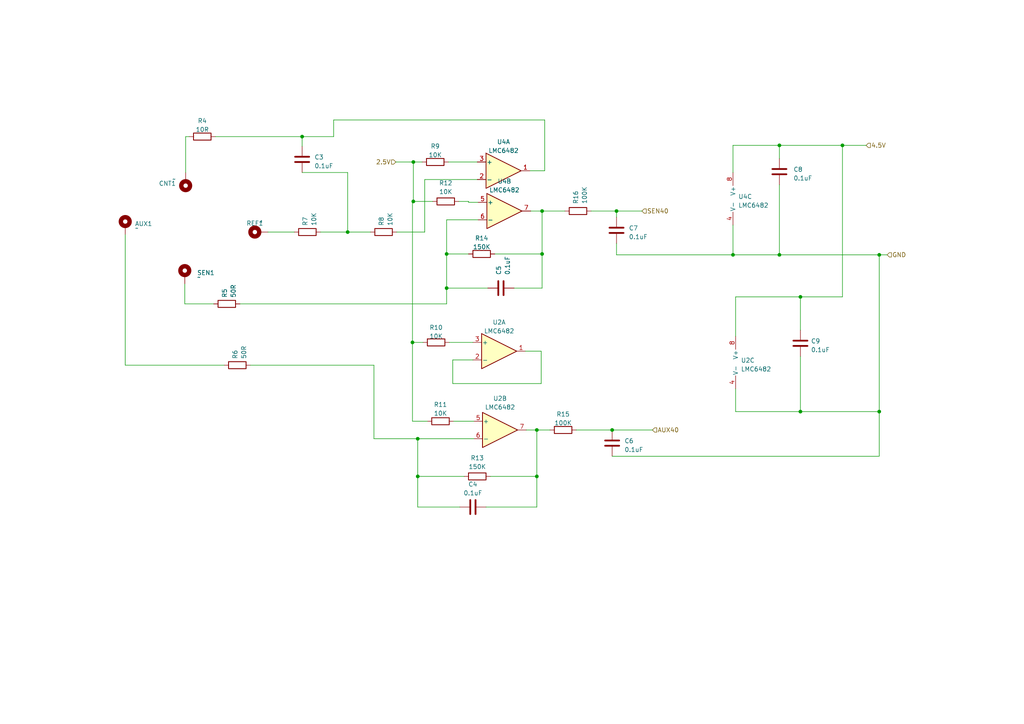
<source format=kicad_sch>
(kicad_sch (version 20230121) (generator eeschema)

  (uuid b790b688-dad8-4b02-9d6d-fe0102dd00e7)

  (paper "A4")

  (lib_symbols
    (symbol "Amplifier_Operational:LMC6482" (pin_names (offset 0.127)) (in_bom yes) (on_board yes)
      (property "Reference" "U" (at 0 5.08 0)
        (effects (font (size 1.27 1.27)) (justify left))
      )
      (property "Value" "LMC6482" (at 0 -5.08 0)
        (effects (font (size 1.27 1.27)) (justify left))
      )
      (property "Footprint" "" (at 0 0 0)
        (effects (font (size 1.27 1.27)) hide)
      )
      (property "Datasheet" "http://www.ti.com/lit/ds/symlink/lmc6482.pdf" (at 0 0 0)
        (effects (font (size 1.27 1.27)) hide)
      )
      (property "ki_locked" "" (at 0 0 0)
        (effects (font (size 1.27 1.27)))
      )
      (property "ki_keywords" "dual opamp" (at 0 0 0)
        (effects (font (size 1.27 1.27)) hide)
      )
      (property "ki_description" "Dual CMOS Rail-to-Rail Input and Output Operational Amplifier, DIP-8/SOIC-8, SSOP-8" (at 0 0 0)
        (effects (font (size 1.27 1.27)) hide)
      )
      (property "ki_fp_filters" "SOIC*3.9x4.9mm*P1.27mm* DIP*W7.62mm* TO*99* OnSemi*Micro8* TSSOP*3x3mm*P0.65mm* TSSOP*4.4x3mm*P0.65mm* MSOP*3x3mm*P0.65mm* SSOP*3.9x4.9mm*P0.635mm* LFCSP*2x2mm*P0.5mm* *SIP* SOIC*5.3x6.2mm*P1.27mm*" (at 0 0 0)
        (effects (font (size 1.27 1.27)) hide)
      )
      (symbol "LMC6482_1_1"
        (polyline
          (pts
            (xy -5.08 5.08)
            (xy 5.08 0)
            (xy -5.08 -5.08)
            (xy -5.08 5.08)
          )
          (stroke (width 0.254) (type default))
          (fill (type background))
        )
        (pin output line (at 7.62 0 180) (length 2.54)
          (name "~" (effects (font (size 1.27 1.27))))
          (number "1" (effects (font (size 1.27 1.27))))
        )
        (pin input line (at -7.62 -2.54 0) (length 2.54)
          (name "-" (effects (font (size 1.27 1.27))))
          (number "2" (effects (font (size 1.27 1.27))))
        )
        (pin input line (at -7.62 2.54 0) (length 2.54)
          (name "+" (effects (font (size 1.27 1.27))))
          (number "3" (effects (font (size 1.27 1.27))))
        )
      )
      (symbol "LMC6482_2_1"
        (polyline
          (pts
            (xy -5.08 5.08)
            (xy 5.08 0)
            (xy -5.08 -5.08)
            (xy -5.08 5.08)
          )
          (stroke (width 0.254) (type default))
          (fill (type background))
        )
        (pin input line (at -7.62 2.54 0) (length 2.54)
          (name "+" (effects (font (size 1.27 1.27))))
          (number "5" (effects (font (size 1.27 1.27))))
        )
        (pin input line (at -7.62 -2.54 0) (length 2.54)
          (name "-" (effects (font (size 1.27 1.27))))
          (number "6" (effects (font (size 1.27 1.27))))
        )
        (pin output line (at 7.62 0 180) (length 2.54)
          (name "~" (effects (font (size 1.27 1.27))))
          (number "7" (effects (font (size 1.27 1.27))))
        )
      )
      (symbol "LMC6482_3_1"
        (pin power_in line (at -2.54 -7.62 90) (length 3.81)
          (name "V-" (effects (font (size 1.27 1.27))))
          (number "4" (effects (font (size 1.27 1.27))))
        )
        (pin power_in line (at -2.54 7.62 270) (length 3.81)
          (name "V+" (effects (font (size 1.27 1.27))))
          (number "8" (effects (font (size 1.27 1.27))))
        )
      )
    )
    (symbol "Device:C" (pin_numbers hide) (pin_names (offset 0.254)) (in_bom yes) (on_board yes)
      (property "Reference" "C" (at 0.635 2.54 0)
        (effects (font (size 1.27 1.27)) (justify left))
      )
      (property "Value" "C" (at 0.635 -2.54 0)
        (effects (font (size 1.27 1.27)) (justify left))
      )
      (property "Footprint" "" (at 0.9652 -3.81 0)
        (effects (font (size 1.27 1.27)) hide)
      )
      (property "Datasheet" "~" (at 0 0 0)
        (effects (font (size 1.27 1.27)) hide)
      )
      (property "ki_keywords" "cap capacitor" (at 0 0 0)
        (effects (font (size 1.27 1.27)) hide)
      )
      (property "ki_description" "Unpolarized capacitor" (at 0 0 0)
        (effects (font (size 1.27 1.27)) hide)
      )
      (property "ki_fp_filters" "C_*" (at 0 0 0)
        (effects (font (size 1.27 1.27)) hide)
      )
      (symbol "C_0_1"
        (polyline
          (pts
            (xy -2.032 -0.762)
            (xy 2.032 -0.762)
          )
          (stroke (width 0.508) (type default))
          (fill (type none))
        )
        (polyline
          (pts
            (xy -2.032 0.762)
            (xy 2.032 0.762)
          )
          (stroke (width 0.508) (type default))
          (fill (type none))
        )
      )
      (symbol "C_1_1"
        (pin passive line (at 0 3.81 270) (length 2.794)
          (name "~" (effects (font (size 1.27 1.27))))
          (number "1" (effects (font (size 1.27 1.27))))
        )
        (pin passive line (at 0 -3.81 90) (length 2.794)
          (name "~" (effects (font (size 1.27 1.27))))
          (number "2" (effects (font (size 1.27 1.27))))
        )
      )
    )
    (symbol "Device:R" (pin_numbers hide) (pin_names (offset 0)) (in_bom yes) (on_board yes)
      (property "Reference" "R" (at 2.032 0 90)
        (effects (font (size 1.27 1.27)))
      )
      (property "Value" "R" (at 0 0 90)
        (effects (font (size 1.27 1.27)))
      )
      (property "Footprint" "" (at -1.778 0 90)
        (effects (font (size 1.27 1.27)) hide)
      )
      (property "Datasheet" "~" (at 0 0 0)
        (effects (font (size 1.27 1.27)) hide)
      )
      (property "ki_keywords" "R res resistor" (at 0 0 0)
        (effects (font (size 1.27 1.27)) hide)
      )
      (property "ki_description" "Resistor" (at 0 0 0)
        (effects (font (size 1.27 1.27)) hide)
      )
      (property "ki_fp_filters" "R_*" (at 0 0 0)
        (effects (font (size 1.27 1.27)) hide)
      )
      (symbol "R_0_1"
        (rectangle (start -1.016 -2.54) (end 1.016 2.54)
          (stroke (width 0.254) (type default))
          (fill (type none))
        )
      )
      (symbol "R_1_1"
        (pin passive line (at 0 3.81 270) (length 1.27)
          (name "~" (effects (font (size 1.27 1.27))))
          (number "1" (effects (font (size 1.27 1.27))))
        )
        (pin passive line (at 0 -3.81 90) (length 1.27)
          (name "~" (effects (font (size 1.27 1.27))))
          (number "2" (effects (font (size 1.27 1.27))))
        )
      )
    )
    (symbol "Mechanical:MountingHole_Pad" (pin_numbers hide) (pin_names (offset 1.016) hide) (in_bom yes) (on_board yes)
      (property "Reference" "H" (at 0 6.35 0)
        (effects (font (size 1.27 1.27)))
      )
      (property "Value" "MountingHole_Pad" (at 0 4.445 0)
        (effects (font (size 1.27 1.27)))
      )
      (property "Footprint" "" (at 0 0 0)
        (effects (font (size 1.27 1.27)) hide)
      )
      (property "Datasheet" "~" (at 0 0 0)
        (effects (font (size 1.27 1.27)) hide)
      )
      (property "ki_keywords" "mounting hole" (at 0 0 0)
        (effects (font (size 1.27 1.27)) hide)
      )
      (property "ki_description" "Mounting Hole with connection" (at 0 0 0)
        (effects (font (size 1.27 1.27)) hide)
      )
      (property "ki_fp_filters" "MountingHole*Pad*" (at 0 0 0)
        (effects (font (size 1.27 1.27)) hide)
      )
      (symbol "MountingHole_Pad_0_1"
        (circle (center 0 1.27) (radius 1.27)
          (stroke (width 1.27) (type default))
          (fill (type none))
        )
      )
      (symbol "MountingHole_Pad_1_1"
        (pin input line (at 0 -2.54 90) (length 2.54)
          (name "1" (effects (font (size 1.27 1.27))))
          (number "1" (effects (font (size 1.27 1.27))))
        )
      )
    )
  )

  (junction (at 129.54 73.66) (diameter 0) (color 0 0 0 0)
    (uuid 10f3b614-95c6-42f3-b43f-7ce0c796b8d4)
  )
  (junction (at 87.63 39.624) (diameter 0) (color 0 0 0 0)
    (uuid 1a0cdbcc-dd6b-4a6d-a9e8-f0759ecfaaa6)
  )
  (junction (at 226.06 42.164) (diameter 0) (color 0 0 0 0)
    (uuid 23184d19-5ac5-441d-99d3-e47d1c12ea59)
  )
  (junction (at 177.546 124.714) (diameter 0) (color 0 0 0 0)
    (uuid 2a5d7b39-e150-4dd3-a11c-bd2c6f24dba5)
  )
  (junction (at 119.888 46.99) (diameter 0) (color 0 0 0 0)
    (uuid 2a9ee507-ca92-40e5-86b0-bd88cb80c372)
  )
  (junction (at 178.816 61.214) (diameter 0) (color 0 0 0 0)
    (uuid 3e7380ba-322e-47a7-a979-34f598e80a92)
  )
  (junction (at 255.016 119.38) (diameter 0) (color 0 0 0 0)
    (uuid 488f4eca-cb72-4c60-aea9-f32da40a0976)
  )
  (junction (at 255.016 73.914) (diameter 0) (color 0 0 0 0)
    (uuid 492a3c4d-b020-4931-bd05-5cf2f08ae1f5)
  )
  (junction (at 232.156 86.106) (diameter 0) (color 0 0 0 0)
    (uuid 4c28bda1-c76c-4ef4-8972-c16f86a42434)
  )
  (junction (at 157.226 61.214) (diameter 0) (color 0 0 0 0)
    (uuid 71fe83e4-c69d-47ff-86bb-515bc1250307)
  )
  (junction (at 232.156 119.38) (diameter 0) (color 0 0 0 0)
    (uuid 7386df6d-84bb-45dd-9f12-ab4a29c56a97)
  )
  (junction (at 121.158 138.176) (diameter 0) (color 0 0 0 0)
    (uuid 7453651f-8cf5-478c-b252-95d74afffa75)
  )
  (junction (at 155.702 138.176) (diameter 0) (color 0 0 0 0)
    (uuid 8daf8750-4ec6-47c8-b63c-73e7070825b7)
  )
  (junction (at 226.06 73.914) (diameter 0) (color 0 0 0 0)
    (uuid 94dbe683-8134-4e3d-b385-8dc32d1d4ff7)
  )
  (junction (at 129.54 83.566) (diameter 0) (color 0 0 0 0)
    (uuid 9dd6320f-d406-4b12-af0a-5e71e58fe370)
  )
  (junction (at 121.158 127.254) (diameter 0) (color 0 0 0 0)
    (uuid a7bcc5be-e120-46f6-8d55-e92d8683f49c)
  )
  (junction (at 157.226 73.66) (diameter 0) (color 0 0 0 0)
    (uuid b676f5ff-94d3-45dc-8436-2d3d9a79be5c)
  )
  (junction (at 119.634 99.314) (diameter 0) (color 0 0 0 0)
    (uuid c274e33f-f136-4ba6-9bb8-f643a76c8f78)
  )
  (junction (at 212.598 73.914) (diameter 0) (color 0 0 0 0)
    (uuid d025b3de-2fc2-4dfe-add1-cc00ba8d501b)
  )
  (junction (at 119.888 58.42) (diameter 0) (color 0 0 0 0)
    (uuid dacf8f62-e78a-4407-9e11-4cf5c6d2a21e)
  )
  (junction (at 155.702 124.714) (diameter 0) (color 0 0 0 0)
    (uuid e5acb9ed-b382-4e53-8433-c7c3fc836917)
  )
  (junction (at 100.838 67.31) (diameter 0) (color 0 0 0 0)
    (uuid e6fb983a-6ad8-402b-a8f8-54066dc2767e)
  )
  (junction (at 244.348 42.164) (diameter 0) (color 0 0 0 0)
    (uuid ef2b0c40-e39c-41e2-a03f-3ee720065812)
  )

  (wire (pts (xy 122.682 99.314) (xy 119.634 99.314))
    (stroke (width 0) (type default))
    (uuid 02f61956-4745-47fb-adcd-2d059f4e8a69)
  )
  (wire (pts (xy 244.348 42.164) (xy 244.348 86.106))
    (stroke (width 0) (type default))
    (uuid 0441fa26-f7b9-4466-a59a-af5067309d1a)
  )
  (wire (pts (xy 157.988 49.53) (xy 157.988 34.798))
    (stroke (width 0) (type default))
    (uuid 04d6d937-6ad1-4386-a254-4804d2863c29)
  )
  (wire (pts (xy 131.318 111.252) (xy 131.318 104.394))
    (stroke (width 0) (type default))
    (uuid 05306bcd-6179-4d11-8f82-c3fbf8d0a122)
  )
  (wire (pts (xy 87.63 50.038) (xy 100.838 50.038))
    (stroke (width 0) (type default))
    (uuid 09d6c0d4-c315-41ef-a2ab-5720a74008c2)
  )
  (wire (pts (xy 62.484 39.624) (xy 87.63 39.624))
    (stroke (width 0) (type default))
    (uuid 0b6b3895-287f-4c16-a68c-6972919f664f)
  )
  (wire (pts (xy 135.89 58.42) (xy 135.89 58.674))
    (stroke (width 0) (type default))
    (uuid 17d0246e-9c2b-4ab3-b4a0-fc8e490788d0)
  )
  (wire (pts (xy 177.546 132.334) (xy 255.016 132.334))
    (stroke (width 0) (type default))
    (uuid 19f8c0aa-640f-4632-bb8a-53b5e6953dde)
  )
  (wire (pts (xy 134.62 138.176) (xy 121.158 138.176))
    (stroke (width 0) (type default))
    (uuid 1b0e6216-4c58-434d-8263-3c0452f4e450)
  )
  (wire (pts (xy 153.67 49.53) (xy 157.988 49.53))
    (stroke (width 0) (type default))
    (uuid 1c3fe355-1856-40d1-b05f-0c9f5e9ada69)
  )
  (wire (pts (xy 156.972 101.854) (xy 156.972 111.252))
    (stroke (width 0) (type default))
    (uuid 1d8de8f6-3092-4ea5-bbd4-94b90dcf8548)
  )
  (wire (pts (xy 226.06 73.914) (xy 255.016 73.914))
    (stroke (width 0) (type default))
    (uuid 1e5183a4-24fe-4aa5-b67f-47d80142f358)
  )
  (wire (pts (xy 213.36 86.106) (xy 232.156 86.106))
    (stroke (width 0) (type default))
    (uuid 1fb53926-265a-4425-99bf-12946336c6a2)
  )
  (wire (pts (xy 69.596 88.138) (xy 129.54 88.138))
    (stroke (width 0) (type default))
    (uuid 22572dbe-dfbe-44ba-99be-a530c6015a59)
  )
  (wire (pts (xy 119.634 122.174) (xy 119.634 99.314))
    (stroke (width 0) (type default))
    (uuid 23559129-ce6f-48cb-b0c9-703dc06f9c7f)
  )
  (wire (pts (xy 100.838 50.038) (xy 100.838 67.31))
    (stroke (width 0) (type default))
    (uuid 259a5580-9958-4a37-827f-e8b40de1c3b0)
  )
  (wire (pts (xy 129.54 83.566) (xy 141.478 83.566))
    (stroke (width 0) (type default))
    (uuid 26983ac1-27c0-4921-b1b5-315925bd3e79)
  )
  (wire (pts (xy 135.89 73.66) (xy 129.54 73.66))
    (stroke (width 0) (type default))
    (uuid 2b7cd87e-201d-48d7-863e-11eafbf844a0)
  )
  (wire (pts (xy 226.06 53.594) (xy 226.06 73.914))
    (stroke (width 0) (type default))
    (uuid 317ac90d-bbce-4a27-a0f1-e271532c1d2b)
  )
  (wire (pts (xy 213.36 112.776) (xy 213.36 119.38))
    (stroke (width 0) (type default))
    (uuid 31dd1ac7-67c1-4114-b71e-eaf72b387dee)
  )
  (wire (pts (xy 255.016 132.334) (xy 255.016 119.38))
    (stroke (width 0) (type default))
    (uuid 32decd4e-fa7b-41a4-a1de-a4d8f6cc2115)
  )
  (wire (pts (xy 100.838 67.31) (xy 107.442 67.31))
    (stroke (width 0) (type default))
    (uuid 34c3c98b-baed-4d09-ab4b-9bdd54a4028f)
  )
  (wire (pts (xy 213.36 97.536) (xy 213.36 86.106))
    (stroke (width 0) (type default))
    (uuid 355c53d1-a677-44a1-b6c1-ccc4ede4af70)
  )
  (wire (pts (xy 129.54 63.754) (xy 138.684 63.754))
    (stroke (width 0) (type default))
    (uuid 377ad301-a530-4912-998d-a1cf5978c705)
  )
  (wire (pts (xy 157.226 61.214) (xy 153.924 61.214))
    (stroke (width 0) (type default))
    (uuid 3aed4fcc-fdd1-41e4-886e-b17bd9200469)
  )
  (wire (pts (xy 171.45 61.214) (xy 178.816 61.214))
    (stroke (width 0) (type default))
    (uuid 3e2eb3e7-b4ae-4dad-a022-e4f47ab84d3b)
  )
  (wire (pts (xy 152.4 101.854) (xy 156.972 101.854))
    (stroke (width 0) (type default))
    (uuid 3f826486-d563-49b0-adb2-a0385dcd143d)
  )
  (wire (pts (xy 155.702 138.176) (xy 155.702 124.714))
    (stroke (width 0) (type default))
    (uuid 4209ac6c-9ced-4343-a32b-283cde39554f)
  )
  (wire (pts (xy 87.63 39.624) (xy 87.63 42.418))
    (stroke (width 0) (type default))
    (uuid 43670689-aef5-4572-88cd-28372b68f050)
  )
  (wire (pts (xy 244.348 42.164) (xy 226.06 42.164))
    (stroke (width 0) (type default))
    (uuid 46e4cd28-711c-43ba-9dc6-6bf80c61eb48)
  )
  (wire (pts (xy 186.182 61.214) (xy 178.816 61.214))
    (stroke (width 0) (type default))
    (uuid 472b6a50-1d76-4404-a361-0748d83990be)
  )
  (wire (pts (xy 135.89 58.674) (xy 138.684 58.674))
    (stroke (width 0) (type default))
    (uuid 4b99fb7b-b590-4fd5-9f58-e05246b3229c)
  )
  (wire (pts (xy 178.816 61.214) (xy 178.816 62.992))
    (stroke (width 0) (type default))
    (uuid 50ead775-3502-40f6-a8dd-b0906a85878e)
  )
  (wire (pts (xy 178.816 73.914) (xy 212.598 73.914))
    (stroke (width 0) (type default))
    (uuid 59599bde-6b23-4657-8b19-f6d7b8595cb7)
  )
  (wire (pts (xy 123.19 67.31) (xy 115.062 67.31))
    (stroke (width 0) (type default))
    (uuid 59ce0bbc-8d65-4d55-a467-0653c3edbb8e)
  )
  (wire (pts (xy 255.016 73.914) (xy 257.302 73.914))
    (stroke (width 0) (type default))
    (uuid 5d0dd4bc-5a58-4bb7-9d8c-b3c2c711199a)
  )
  (wire (pts (xy 149.098 83.566) (xy 157.226 83.566))
    (stroke (width 0) (type default))
    (uuid 5e0a4141-3f1d-457c-929c-be0de5932793)
  )
  (wire (pts (xy 53.848 39.624) (xy 54.864 39.624))
    (stroke (width 0) (type default))
    (uuid 63199877-de16-41ce-9b25-e8cf476932e9)
  )
  (wire (pts (xy 77.724 67.31) (xy 85.344 67.31))
    (stroke (width 0) (type default))
    (uuid 636f9654-ab61-4dff-a997-0183bf4976d8)
  )
  (wire (pts (xy 53.594 88.138) (xy 61.976 88.138))
    (stroke (width 0) (type default))
    (uuid 650490ee-b853-47ab-8723-fe1d9d801565)
  )
  (wire (pts (xy 130.048 46.99) (xy 138.43 46.99))
    (stroke (width 0) (type default))
    (uuid 685d9e11-2a3b-4a33-92bc-ebd4a8ae68b5)
  )
  (wire (pts (xy 212.598 73.914) (xy 226.06 73.914))
    (stroke (width 0) (type default))
    (uuid 68f025d3-6112-47f5-9c2d-45bc603bd12d)
  )
  (wire (pts (xy 92.964 67.31) (xy 100.838 67.31))
    (stroke (width 0) (type default))
    (uuid 6b639fa7-7009-46c5-a571-575584956ff3)
  )
  (wire (pts (xy 96.774 34.798) (xy 96.774 39.624))
    (stroke (width 0) (type default))
    (uuid 705d00bb-c666-4dd0-8807-4f8bf705dab7)
  )
  (wire (pts (xy 226.06 42.164) (xy 212.598 42.164))
    (stroke (width 0) (type default))
    (uuid 7153e64f-21d4-4f19-9071-28e9c0cdd235)
  )
  (wire (pts (xy 133.096 58.42) (xy 135.89 58.42))
    (stroke (width 0) (type default))
    (uuid 7269beb8-51fa-469f-be13-ace1a4eff433)
  )
  (wire (pts (xy 142.24 138.176) (xy 155.702 138.176))
    (stroke (width 0) (type default))
    (uuid 7343eca7-08f4-4e76-833e-80f3142884d1)
  )
  (wire (pts (xy 212.598 73.914) (xy 212.598 65.278))
    (stroke (width 0) (type default))
    (uuid 74b56930-2309-4d49-b3b9-e857876e8515)
  )
  (wire (pts (xy 123.952 122.174) (xy 119.634 122.174))
    (stroke (width 0) (type default))
    (uuid 7532494f-d772-4c1b-9e1e-d2668b481977)
  )
  (wire (pts (xy 157.226 83.566) (xy 157.226 73.66))
    (stroke (width 0) (type default))
    (uuid 79ef2a08-0154-4aff-bf28-d5cac1c13d8a)
  )
  (wire (pts (xy 131.572 122.174) (xy 137.414 122.174))
    (stroke (width 0) (type default))
    (uuid 81fc76f7-0bb7-4aac-8915-d76c80a72a77)
  )
  (wire (pts (xy 121.158 147.066) (xy 121.158 138.176))
    (stroke (width 0) (type default))
    (uuid 839fa921-81ae-4212-93c2-6fd585d0c1b0)
  )
  (wire (pts (xy 133.35 147.066) (xy 121.158 147.066))
    (stroke (width 0) (type default))
    (uuid 887b1893-d58c-45e8-bb34-589540e0452c)
  )
  (wire (pts (xy 251.206 42.164) (xy 244.348 42.164))
    (stroke (width 0) (type default))
    (uuid 891c2f2b-e5fe-411f-b819-e05f55606c42)
  )
  (wire (pts (xy 178.816 70.612) (xy 178.816 73.914))
    (stroke (width 0) (type default))
    (uuid 8a49ec65-97ee-4c93-9a0a-7ac6d4ccc632)
  )
  (wire (pts (xy 157.226 61.214) (xy 157.226 73.66))
    (stroke (width 0) (type default))
    (uuid 8dbc3dd5-a560-40cb-b1e1-24cc0fcfbaac)
  )
  (wire (pts (xy 155.702 147.066) (xy 155.702 138.176))
    (stroke (width 0) (type default))
    (uuid 8ea66097-4a89-425c-8a82-c458ec628041)
  )
  (wire (pts (xy 155.702 124.714) (xy 159.512 124.714))
    (stroke (width 0) (type default))
    (uuid 904b63e3-518b-4c4e-be54-454eab7c6fac)
  )
  (wire (pts (xy 140.97 147.066) (xy 155.702 147.066))
    (stroke (width 0) (type default))
    (uuid 961ebd36-76a7-4f48-86a9-7903e6e6d54f)
  )
  (wire (pts (xy 129.54 83.566) (xy 129.54 88.138))
    (stroke (width 0) (type default))
    (uuid 989d080f-a126-446c-910b-7564a2ffc3d2)
  )
  (wire (pts (xy 212.598 42.164) (xy 212.598 50.038))
    (stroke (width 0) (type default))
    (uuid 9b052db0-8c41-44c1-b2a2-a951b39fc605)
  )
  (wire (pts (xy 36.322 68.072) (xy 36.322 105.918))
    (stroke (width 0) (type default))
    (uuid a2827f15-2990-4e2b-baa7-551066f34803)
  )
  (wire (pts (xy 143.51 73.66) (xy 157.226 73.66))
    (stroke (width 0) (type default))
    (uuid a2a42f0f-5bc2-4a33-8426-03fcbfd3da6d)
  )
  (wire (pts (xy 96.774 39.624) (xy 87.63 39.624))
    (stroke (width 0) (type default))
    (uuid a3d8d7ed-9a38-4828-858d-9f69c1aac27d)
  )
  (wire (pts (xy 108.458 105.918) (xy 108.458 127.254))
    (stroke (width 0) (type default))
    (uuid a952beb2-0733-4b29-b4df-e6e7c32811d3)
  )
  (wire (pts (xy 36.322 105.918) (xy 65.024 105.918))
    (stroke (width 0) (type default))
    (uuid ab5938da-08e4-4d98-9729-33697f323ec1)
  )
  (wire (pts (xy 119.634 58.42) (xy 119.888 58.42))
    (stroke (width 0) (type default))
    (uuid abc6a248-5dc8-4a64-b39b-b1547909eb72)
  )
  (wire (pts (xy 226.06 42.164) (xy 226.06 45.974))
    (stroke (width 0) (type default))
    (uuid adf6f018-509d-4879-9230-8b2795510915)
  )
  (wire (pts (xy 119.888 46.99) (xy 122.428 46.99))
    (stroke (width 0) (type default))
    (uuid b5df0f73-5dc4-4b13-9f20-b11448153ae8)
  )
  (wire (pts (xy 114.808 46.99) (xy 119.888 46.99))
    (stroke (width 0) (type default))
    (uuid b8beea39-aebd-44de-ba7b-66a4c864d476)
  )
  (wire (pts (xy 232.156 95.758) (xy 232.156 86.106))
    (stroke (width 0) (type default))
    (uuid ba5ce00e-8f25-405b-8c62-42a48c07a6c9)
  )
  (wire (pts (xy 156.972 111.252) (xy 131.318 111.252))
    (stroke (width 0) (type default))
    (uuid c4369f8f-1614-47e3-bf2c-b2e0dc38d63d)
  )
  (wire (pts (xy 119.888 58.42) (xy 119.888 46.99))
    (stroke (width 0) (type default))
    (uuid c5647b25-25cf-4615-aaca-8c11c1610806)
  )
  (wire (pts (xy 138.43 52.07) (xy 123.19 52.07))
    (stroke (width 0) (type default))
    (uuid c98c1003-66e2-4cfe-acaf-7a486944dd90)
  )
  (wire (pts (xy 213.36 119.38) (xy 232.156 119.38))
    (stroke (width 0) (type default))
    (uuid caff8018-fd88-446c-b089-51de9757658a)
  )
  (wire (pts (xy 167.132 124.714) (xy 177.546 124.714))
    (stroke (width 0) (type default))
    (uuid cd081513-5f42-4cac-9a4e-87957318ff18)
  )
  (wire (pts (xy 123.19 52.07) (xy 123.19 67.31))
    (stroke (width 0) (type default))
    (uuid d61d6c7f-0053-4668-aa01-2cb62d5f59ee)
  )
  (wire (pts (xy 255.016 119.38) (xy 255.016 73.914))
    (stroke (width 0) (type default))
    (uuid d67700c6-6687-46ed-9748-c18e49ab4d71)
  )
  (wire (pts (xy 232.156 86.106) (xy 244.348 86.106))
    (stroke (width 0) (type default))
    (uuid dada0b92-f658-427d-bfe7-1f4a92be74c0)
  )
  (wire (pts (xy 157.988 34.798) (xy 96.774 34.798))
    (stroke (width 0) (type default))
    (uuid dbb2a8b7-efad-4c8a-a5eb-e24dfb29ab94)
  )
  (wire (pts (xy 121.158 127.254) (xy 137.414 127.254))
    (stroke (width 0) (type default))
    (uuid dd8642ff-d846-4bd2-9a26-3269b1e586d0)
  )
  (wire (pts (xy 53.848 39.624) (xy 53.848 50.038))
    (stroke (width 0) (type default))
    (uuid de272133-c260-4afa-82e5-087ea8cb0981)
  )
  (wire (pts (xy 189.23 124.714) (xy 177.546 124.714))
    (stroke (width 0) (type default))
    (uuid e206ed68-6998-4d33-be3e-f5195eaa4af5)
  )
  (wire (pts (xy 129.54 63.754) (xy 129.54 73.66))
    (stroke (width 0) (type default))
    (uuid e410b8be-0172-49be-8b53-56b907904299)
  )
  (wire (pts (xy 152.654 124.714) (xy 155.702 124.714))
    (stroke (width 0) (type default))
    (uuid e501d97a-ffaa-4e98-8ca4-54b0797f5b8a)
  )
  (wire (pts (xy 125.476 58.42) (xy 119.888 58.42))
    (stroke (width 0) (type default))
    (uuid e51a29b4-647d-4afa-b129-8f8fa64dc030)
  )
  (wire (pts (xy 131.318 104.394) (xy 137.16 104.394))
    (stroke (width 0) (type default))
    (uuid e9e1c719-e4e5-42bd-ae2b-bf673771b7de)
  )
  (wire (pts (xy 53.594 82.296) (xy 53.594 88.138))
    (stroke (width 0) (type default))
    (uuid eb4f2606-661b-4032-8d88-62e9dd176616)
  )
  (wire (pts (xy 119.634 58.42) (xy 119.634 99.314))
    (stroke (width 0) (type default))
    (uuid ebfe7ab7-4521-4de9-a345-f059b21f8140)
  )
  (wire (pts (xy 108.458 127.254) (xy 121.158 127.254))
    (stroke (width 0) (type default))
    (uuid ed015400-2d58-4943-895f-298bb4f0ebce)
  )
  (wire (pts (xy 129.54 73.66) (xy 129.54 83.566))
    (stroke (width 0) (type default))
    (uuid ee8585e2-65fe-4665-b01e-69f48324120e)
  )
  (wire (pts (xy 130.302 99.314) (xy 137.16 99.314))
    (stroke (width 0) (type default))
    (uuid effdb30f-109e-4599-a1b7-4c2e8a7395d5)
  )
  (wire (pts (xy 232.156 103.378) (xy 232.156 119.38))
    (stroke (width 0) (type default))
    (uuid f11937bd-1b22-4ad0-87b6-89b7df699fde)
  )
  (wire (pts (xy 163.83 61.214) (xy 157.226 61.214))
    (stroke (width 0) (type default))
    (uuid f5026772-45da-4421-842d-489a9500d74a)
  )
  (wire (pts (xy 232.156 119.38) (xy 255.016 119.38))
    (stroke (width 0) (type default))
    (uuid faaaf7c1-58ad-46d9-84f1-e869914f8a7a)
  )
  (wire (pts (xy 121.158 138.176) (xy 121.158 127.254))
    (stroke (width 0) (type default))
    (uuid fbbfcc59-dfa1-438f-8e60-6eafbd7d05fe)
  )
  (wire (pts (xy 72.644 105.918) (xy 108.458 105.918))
    (stroke (width 0) (type default))
    (uuid febec88f-145f-4c51-8304-0b13782f8577)
  )

  (hierarchical_label "GND" (shape input) (at 257.302 73.914 0) (fields_autoplaced)
    (effects (font (size 1.27 1.27)) (justify left))
    (uuid 2548e5eb-52b1-43fb-80db-5884b1f7c0c8)
  )
  (hierarchical_label "SEN40" (shape input) (at 186.182 61.214 0) (fields_autoplaced)
    (effects (font (size 1.27 1.27)) (justify left))
    (uuid 3917230b-5a14-424d-920b-6fa24a5a0223)
  )
  (hierarchical_label "2.5V" (shape input) (at 114.808 46.99 180) (fields_autoplaced)
    (effects (font (size 1.27 1.27)) (justify right))
    (uuid a540a0e2-d9a5-4a98-b81d-77d0dcb8325a)
  )
  (hierarchical_label "4.5V" (shape input) (at 251.206 42.164 0) (fields_autoplaced)
    (effects (font (size 1.27 1.27)) (justify left))
    (uuid da04cc89-17e4-4d8e-973f-958f5979b65f)
  )
  (hierarchical_label "AUX40" (shape input) (at 189.23 124.714 0) (fields_autoplaced)
    (effects (font (size 1.27 1.27)) (justify left))
    (uuid dd485b5b-20d2-4050-87c8-c0b8f44469da)
  )

  (symbol (lib_id "Device:R") (at 127.762 122.174 90) (unit 1)
    (in_bom yes) (on_board yes) (dnp no) (fields_autoplaced)
    (uuid 159ec04b-d84d-4d81-a207-07164251648e)
    (property "Reference" "R11" (at 127.762 117.348 90)
      (effects (font (size 1.27 1.27)))
    )
    (property "Value" "10K" (at 127.762 119.888 90)
      (effects (font (size 1.27 1.27)))
    )
    (property "Footprint" "Resistor_SMD:R_0402_1005Metric" (at 127.762 123.952 90)
      (effects (font (size 1.27 1.27)) hide)
    )
    (property "Datasheet" "~" (at 127.762 122.174 0)
      (effects (font (size 1.27 1.27)) hide)
    )
    (pin "1" (uuid 08d0dde2-12f5-47fd-a625-82e649a173dc))
    (pin "2" (uuid 3fbaeda4-3183-4f80-8352-12e99b26900a))
    (instances
      (project "Air quality project"
        (path "/67b6672b-0c15-41a5-a844-17aa721018b8/e2c83066-cae4-4a4f-a05c-59cf4d457446"
          (reference "R11") (unit 1)
        )
        (path "/67b6672b-0c15-41a5-a844-17aa721018b8/be65ffb6-5f15-4847-ab99-a8924076e9fe"
          (reference "R54") (unit 1)
        )
        (path "/67b6672b-0c15-41a5-a844-17aa721018b8/aca36b5f-5aad-463a-91f0-32676d45b679"
          (reference "R518") (unit 1)
        )
      )
    )
  )

  (symbol (lib_id "Device:C") (at 178.816 66.802 0) (unit 1)
    (in_bom yes) (on_board yes) (dnp no) (fields_autoplaced)
    (uuid 1bc909b0-1239-4197-a246-846df70bd9f4)
    (property "Reference" "C7" (at 182.372 66.167 0)
      (effects (font (size 1.27 1.27)) (justify left))
    )
    (property "Value" "0.1uF" (at 182.372 68.707 0)
      (effects (font (size 1.27 1.27)) (justify left))
    )
    (property "Footprint" "Capacitor_SMD:C_01005_0402Metric" (at 179.7812 70.612 0)
      (effects (font (size 1.27 1.27)) hide)
    )
    (property "Datasheet" "~" (at 178.816 66.802 0)
      (effects (font (size 1.27 1.27)) hide)
    )
    (pin "1" (uuid e8874e9e-19d7-43af-aa6f-78988410e0f9))
    (pin "2" (uuid 44d8195d-afaf-4f60-9cfd-69c1e32333d1))
    (instances
      (project "Air quality project"
        (path "/67b6672b-0c15-41a5-a844-17aa721018b8/e2c83066-cae4-4a4f-a05c-59cf4d457446"
          (reference "C7") (unit 1)
        )
        (path "/67b6672b-0c15-41a5-a844-17aa721018b8/be65ffb6-5f15-4847-ab99-a8924076e9fe"
          (reference "C37") (unit 1)
        )
        (path "/67b6672b-0c15-41a5-a844-17aa721018b8/aca36b5f-5aad-463a-91f0-32676d45b679"
          (reference "C280") (unit 1)
        )
      )
    )
  )

  (symbol (lib_id "Device:R") (at 167.64 61.214 90) (unit 1)
    (in_bom yes) (on_board yes) (dnp no)
    (uuid 1e1dcd26-659c-438a-8b84-ded5b73a162c)
    (property "Reference" "R16" (at 167.005 59.182 0)
      (effects (font (size 1.27 1.27)) (justify left))
    )
    (property "Value" "100K" (at 169.545 59.182 0)
      (effects (font (size 1.27 1.27)) (justify left))
    )
    (property "Footprint" "Resistor_SMD:R_0402_1005Metric" (at 167.64 62.992 90)
      (effects (font (size 1.27 1.27)) hide)
    )
    (property "Datasheet" "~" (at 167.64 61.214 0)
      (effects (font (size 1.27 1.27)) hide)
    )
    (pin "1" (uuid ab4c9793-ed71-47e6-a05a-eecc5331b40b))
    (pin "2" (uuid 6b363db2-275b-4a62-8aa3-22d370ed613d))
    (instances
      (project "Air quality project"
        (path "/67b6672b-0c15-41a5-a844-17aa721018b8/e2c83066-cae4-4a4f-a05c-59cf4d457446"
          (reference "R16") (unit 1)
        )
        (path "/67b6672b-0c15-41a5-a844-17aa721018b8/be65ffb6-5f15-4847-ab99-a8924076e9fe"
          (reference "R71") (unit 1)
        )
        (path "/67b6672b-0c15-41a5-a844-17aa721018b8/aca36b5f-5aad-463a-91f0-32676d45b679"
          (reference "R523") (unit 1)
        )
      )
    )
  )

  (symbol (lib_id "Amplifier_Operational:LMC6482") (at 146.304 61.214 0) (unit 2)
    (in_bom yes) (on_board yes) (dnp no) (fields_autoplaced)
    (uuid 2d95e775-2a96-4bde-af4a-d38a7493c1cb)
    (property "Reference" "U4" (at 146.304 52.578 0)
      (effects (font (size 1.27 1.27)))
    )
    (property "Value" "LMC6482" (at 146.304 55.118 0)
      (effects (font (size 1.27 1.27)))
    )
    (property "Footprint" "Package_SO:SOIC-8_3.9x4.9mm_P1.27mm" (at 146.304 61.214 0)
      (effects (font (size 1.27 1.27)) hide)
    )
    (property "Datasheet" "http://www.ti.com/lit/ds/symlink/lmc6482.pdf" (at 146.304 61.214 0)
      (effects (font (size 1.27 1.27)) hide)
    )
    (pin "1" (uuid 9c1e9d8f-1c28-41e3-9575-41efbc51ba50))
    (pin "2" (uuid 1d0291f0-3ca2-4510-9705-02c12b2ea42d))
    (pin "3" (uuid 1f78b38e-dbc0-4584-b37f-86c494584341))
    (pin "5" (uuid dff75625-5e8b-4a9b-89f3-54e4ff7e6e6a))
    (pin "6" (uuid b89b3fcd-cef1-467f-b485-c69dee1fc504))
    (pin "7" (uuid 4f4de6c6-9b53-42b0-81cf-bf1459075067))
    (pin "4" (uuid 06dc1765-d68c-4f67-a73b-d9fa7caa6956))
    (pin "8" (uuid 2077a737-d294-413f-b778-56afbb60776f))
    (instances
      (project "Air quality project"
        (path "/67b6672b-0c15-41a5-a844-17aa721018b8/e2c83066-cae4-4a4f-a05c-59cf4d457446"
          (reference "U4") (unit 2)
        )
        (path "/67b6672b-0c15-41a5-a844-17aa721018b8/be65ffb6-5f15-4847-ab99-a8924076e9fe"
          (reference "U13") (unit 2)
        )
        (path "/67b6672b-0c15-41a5-a844-17aa721018b8/aca36b5f-5aad-463a-91f0-32676d45b679"
          (reference "U82") (unit 2)
        )
      )
    )
  )

  (symbol (lib_id "Device:R") (at 126.492 99.314 90) (unit 1)
    (in_bom yes) (on_board yes) (dnp no) (fields_autoplaced)
    (uuid 306955d3-4b57-4014-9802-c544b311c940)
    (property "Reference" "R10" (at 126.492 94.996 90)
      (effects (font (size 1.27 1.27)))
    )
    (property "Value" "10K" (at 126.492 97.536 90)
      (effects (font (size 1.27 1.27)))
    )
    (property "Footprint" "Resistor_SMD:R_0402_1005Metric" (at 126.492 101.092 90)
      (effects (font (size 1.27 1.27)) hide)
    )
    (property "Datasheet" "~" (at 126.492 99.314 0)
      (effects (font (size 1.27 1.27)) hide)
    )
    (pin "1" (uuid c5dd1004-7525-45df-8d99-20c6b5384e8c))
    (pin "2" (uuid e4f41c4b-74c7-4e98-b6d2-21da7d5e9549))
    (instances
      (project "Air quality project"
        (path "/67b6672b-0c15-41a5-a844-17aa721018b8/e2c83066-cae4-4a4f-a05c-59cf4d457446"
          (reference "R10") (unit 1)
        )
        (path "/67b6672b-0c15-41a5-a844-17aa721018b8/be65ffb6-5f15-4847-ab99-a8924076e9fe"
          (reference "R49") (unit 1)
        )
        (path "/67b6672b-0c15-41a5-a844-17aa721018b8/aca36b5f-5aad-463a-91f0-32676d45b679"
          (reference "R517") (unit 1)
        )
      )
    )
  )

  (symbol (lib_id "Mechanical:MountingHole_Pad") (at 36.322 65.532 0) (unit 1)
    (in_bom yes) (on_board yes) (dnp no)
    (uuid 3ae892db-d09e-421a-8f3f-e143dcd6c0d2)
    (property "Reference" "AUX1" (at 39.116 64.897 0)
      (effects (font (size 1.27 1.27)) (justify left))
    )
    (property "Value" "~" (at 39.116 66.167 0)
      (effects (font (size 1.27 1.27)) (justify left))
    )
    (property "Footprint" "MountingHole:MountingHole_2.7mm_Pad" (at 36.322 65.532 0)
      (effects (font (size 1.27 1.27)) hide)
    )
    (property "Datasheet" "~" (at 36.322 65.532 0)
      (effects (font (size 1.27 1.27)) hide)
    )
    (pin "1" (uuid 6b3ac43d-c5a3-4c3e-95ac-dd04a7b32f88))
    (instances
      (project "Air quality project"
        (path "/67b6672b-0c15-41a5-a844-17aa721018b8/e2c83066-cae4-4a4f-a05c-59cf4d457446"
          (reference "AUX1") (unit 1)
        )
        (path "/67b6672b-0c15-41a5-a844-17aa721018b8/be65ffb6-5f15-4847-ab99-a8924076e9fe"
          (reference "AUX2") (unit 1)
        )
        (path "/67b6672b-0c15-41a5-a844-17aa721018b8/aca36b5f-5aad-463a-91f0-32676d45b679"
          (reference "AUX40") (unit 1)
        )
      )
    )
  )

  (symbol (lib_id "Amplifier_Operational:LMC6482") (at 215.138 57.658 0) (unit 3)
    (in_bom yes) (on_board yes) (dnp no) (fields_autoplaced)
    (uuid 423a7b1c-d849-46ad-b7c6-84cd4921c653)
    (property "Reference" "U4" (at 214.122 57.023 0)
      (effects (font (size 1.27 1.27)) (justify left))
    )
    (property "Value" "LMC6482" (at 214.122 59.563 0)
      (effects (font (size 1.27 1.27)) (justify left))
    )
    (property "Footprint" "Package_SO:SOIC-8_3.9x4.9mm_P1.27mm" (at 215.138 57.658 0)
      (effects (font (size 1.27 1.27)) hide)
    )
    (property "Datasheet" "http://www.ti.com/lit/ds/symlink/lmc6482.pdf" (at 215.138 57.658 0)
      (effects (font (size 1.27 1.27)) hide)
    )
    (pin "1" (uuid 42791d0d-7717-4b04-a0ca-b0a647570e7e))
    (pin "2" (uuid 4a2fa161-9821-4b02-bf44-5123dc1327cb))
    (pin "3" (uuid 64a3c500-0113-480b-84b8-bf62972d5f8e))
    (pin "5" (uuid d00ef563-4214-461f-ba82-fc7819b91257))
    (pin "6" (uuid a6025e8c-eb59-4fda-bafe-a0fd2776d170))
    (pin "7" (uuid 893ff0da-9dcf-4d3e-aa6a-c4e684c3eff1))
    (pin "4" (uuid ced4ddcc-303d-41c9-b590-bc960407d55c))
    (pin "8" (uuid 0bda3c6c-8d9b-40e7-8d94-c1585b42053f))
    (instances
      (project "Air quality project"
        (path "/67b6672b-0c15-41a5-a844-17aa721018b8/e2c83066-cae4-4a4f-a05c-59cf4d457446"
          (reference "U4") (unit 3)
        )
        (path "/67b6672b-0c15-41a5-a844-17aa721018b8/be65ffb6-5f15-4847-ab99-a8924076e9fe"
          (reference "U13") (unit 3)
        )
        (path "/67b6672b-0c15-41a5-a844-17aa721018b8/aca36b5f-5aad-463a-91f0-32676d45b679"
          (reference "U82") (unit 3)
        )
      )
    )
  )

  (symbol (lib_id "Device:C") (at 137.16 147.066 90) (unit 1)
    (in_bom yes) (on_board yes) (dnp no) (fields_autoplaced)
    (uuid 481adb5b-e173-4a43-94a2-cf198d61228e)
    (property "Reference" "C4" (at 137.16 140.462 90)
      (effects (font (size 1.27 1.27)))
    )
    (property "Value" "0.1uF" (at 137.16 143.002 90)
      (effects (font (size 1.27 1.27)))
    )
    (property "Footprint" "Capacitor_SMD:C_01005_0402Metric" (at 140.97 146.1008 0)
      (effects (font (size 1.27 1.27)) hide)
    )
    (property "Datasheet" "~" (at 137.16 147.066 0)
      (effects (font (size 1.27 1.27)) hide)
    )
    (pin "1" (uuid f93fbcb7-9bac-4843-9866-a4c5aba130d9))
    (pin "2" (uuid c80a77c7-e459-4145-83e2-8ddbb1a5819a))
    (instances
      (project "Air quality project"
        (path "/67b6672b-0c15-41a5-a844-17aa721018b8/e2c83066-cae4-4a4f-a05c-59cf4d457446"
          (reference "C4") (unit 1)
        )
        (path "/67b6672b-0c15-41a5-a844-17aa721018b8/be65ffb6-5f15-4847-ab99-a8924076e9fe"
          (reference "C34") (unit 1)
        )
        (path "/67b6672b-0c15-41a5-a844-17aa721018b8/aca36b5f-5aad-463a-91f0-32676d45b679"
          (reference "C277") (unit 1)
        )
      )
    )
  )

  (symbol (lib_id "Device:R") (at 58.674 39.624 270) (unit 1)
    (in_bom yes) (on_board yes) (dnp no) (fields_autoplaced)
    (uuid 51d35662-754e-489d-801b-0bc71f359a21)
    (property "Reference" "R4" (at 58.674 35.052 90)
      (effects (font (size 1.27 1.27)))
    )
    (property "Value" "10R" (at 58.674 37.592 90)
      (effects (font (size 1.27 1.27)))
    )
    (property "Footprint" "Resistor_SMD:R_0402_1005Metric" (at 58.674 37.846 90)
      (effects (font (size 1.27 1.27)) hide)
    )
    (property "Datasheet" "~" (at 58.674 39.624 0)
      (effects (font (size 1.27 1.27)) hide)
    )
    (pin "1" (uuid f151e649-2e26-419b-a8e8-aabecc89f3cc))
    (pin "2" (uuid c13d844b-ea8d-4530-a7e6-f5c6baa1bc5a))
    (instances
      (project "Air quality project"
        (path "/67b6672b-0c15-41a5-a844-17aa721018b8/e2c83066-cae4-4a4f-a05c-59cf4d457446"
          (reference "R4") (unit 1)
        )
        (path "/67b6672b-0c15-41a5-a844-17aa721018b8/be65ffb6-5f15-4847-ab99-a8924076e9fe"
          (reference "R19") (unit 1)
        )
        (path "/67b6672b-0c15-41a5-a844-17aa721018b8/aca36b5f-5aad-463a-91f0-32676d45b679"
          (reference "R511") (unit 1)
        )
      )
    )
  )

  (symbol (lib_id "Mechanical:MountingHole_Pad") (at 53.848 52.578 180) (unit 1)
    (in_bom yes) (on_board yes) (dnp no)
    (uuid 59fce7ce-065f-4a6f-9a94-c8c9d1c621fe)
    (property "Reference" "CNT1" (at 51.054 53.213 0)
      (effects (font (size 1.27 1.27)) (justify left))
    )
    (property "Value" "~" (at 51.054 51.943 0)
      (effects (font (size 1.27 1.27)) (justify left))
    )
    (property "Footprint" "MountingHole:MountingHole_2.7mm_Pad" (at 53.848 52.578 0)
      (effects (font (size 1.27 1.27)) hide)
    )
    (property "Datasheet" "~" (at 53.848 52.578 0)
      (effects (font (size 1.27 1.27)) hide)
    )
    (pin "1" (uuid 209d5440-46f5-4872-be27-57c9e109d041))
    (instances
      (project "Air quality project"
        (path "/67b6672b-0c15-41a5-a844-17aa721018b8/e2c83066-cae4-4a4f-a05c-59cf4d457446"
          (reference "CNT1") (unit 1)
        )
        (path "/67b6672b-0c15-41a5-a844-17aa721018b8/be65ffb6-5f15-4847-ab99-a8924076e9fe"
          (reference "CNT2") (unit 1)
        )
        (path "/67b6672b-0c15-41a5-a844-17aa721018b8/aca36b5f-5aad-463a-91f0-32676d45b679"
          (reference "CNT40") (unit 1)
        )
      )
    )
  )

  (symbol (lib_id "Device:C") (at 177.546 128.524 0) (unit 1)
    (in_bom yes) (on_board yes) (dnp no) (fields_autoplaced)
    (uuid 5da6b475-0b1b-4609-b1cd-0201d0171829)
    (property "Reference" "C6" (at 181.102 127.889 0)
      (effects (font (size 1.27 1.27)) (justify left))
    )
    (property "Value" "0.1uF" (at 181.102 130.429 0)
      (effects (font (size 1.27 1.27)) (justify left))
    )
    (property "Footprint" "Capacitor_SMD:C_01005_0402Metric" (at 178.5112 132.334 0)
      (effects (font (size 1.27 1.27)) hide)
    )
    (property "Datasheet" "~" (at 177.546 128.524 0)
      (effects (font (size 1.27 1.27)) hide)
    )
    (pin "1" (uuid 8fcedb22-e896-46cd-8427-b81cbbd77957))
    (pin "2" (uuid fa6049a1-b55e-4929-9bb9-8e964933d671))
    (instances
      (project "Air quality project"
        (path "/67b6672b-0c15-41a5-a844-17aa721018b8/e2c83066-cae4-4a4f-a05c-59cf4d457446"
          (reference "C6") (unit 1)
        )
        (path "/67b6672b-0c15-41a5-a844-17aa721018b8/be65ffb6-5f15-4847-ab99-a8924076e9fe"
          (reference "C36") (unit 1)
        )
        (path "/67b6672b-0c15-41a5-a844-17aa721018b8/aca36b5f-5aad-463a-91f0-32676d45b679"
          (reference "C279") (unit 1)
        )
      )
    )
  )

  (symbol (lib_id "Device:C") (at 145.288 83.566 90) (unit 1)
    (in_bom yes) (on_board yes) (dnp no)
    (uuid 6535a9f2-c6f9-41ba-b68e-3eacbdcd39fd)
    (property "Reference" "C5" (at 144.653 79.756 0)
      (effects (font (size 1.27 1.27)) (justify left))
    )
    (property "Value" "0.1uF" (at 147.193 79.756 0)
      (effects (font (size 1.27 1.27)) (justify left))
    )
    (property "Footprint" "Capacitor_SMD:C_01005_0402Metric" (at 149.098 82.6008 0)
      (effects (font (size 1.27 1.27)) hide)
    )
    (property "Datasheet" "~" (at 145.288 83.566 0)
      (effects (font (size 1.27 1.27)) hide)
    )
    (pin "1" (uuid 80274f01-58d2-497b-967f-e6a96c1e5515))
    (pin "2" (uuid 98c8c83e-2d60-4f3a-b5f8-c2969d173bb7))
    (instances
      (project "Air quality project"
        (path "/67b6672b-0c15-41a5-a844-17aa721018b8/e2c83066-cae4-4a4f-a05c-59cf4d457446"
          (reference "C5") (unit 1)
        )
        (path "/67b6672b-0c15-41a5-a844-17aa721018b8/be65ffb6-5f15-4847-ab99-a8924076e9fe"
          (reference "C35") (unit 1)
        )
        (path "/67b6672b-0c15-41a5-a844-17aa721018b8/aca36b5f-5aad-463a-91f0-32676d45b679"
          (reference "C278") (unit 1)
        )
      )
    )
  )

  (symbol (lib_id "Device:R") (at 138.43 138.176 90) (unit 1)
    (in_bom yes) (on_board yes) (dnp no) (fields_autoplaced)
    (uuid 6b3d1ab7-12d9-41f8-9147-6ae2ef2fd249)
    (property "Reference" "R13" (at 138.43 132.842 90)
      (effects (font (size 1.27 1.27)))
    )
    (property "Value" "150K" (at 138.43 135.382 90)
      (effects (font (size 1.27 1.27)))
    )
    (property "Footprint" "Resistor_SMD:R_0402_1005Metric" (at 138.43 139.954 90)
      (effects (font (size 1.27 1.27)) hide)
    )
    (property "Datasheet" "~" (at 138.43 138.176 0)
      (effects (font (size 1.27 1.27)) hide)
    )
    (pin "1" (uuid 24a4eb0e-faeb-4a58-9917-4dcb809326df))
    (pin "2" (uuid a05c3c09-06bc-4f23-be0f-67c5ec60e5ac))
    (instances
      (project "Air quality project"
        (path "/67b6672b-0c15-41a5-a844-17aa721018b8/e2c83066-cae4-4a4f-a05c-59cf4d457446"
          (reference "R13") (unit 1)
        )
        (path "/67b6672b-0c15-41a5-a844-17aa721018b8/be65ffb6-5f15-4847-ab99-a8924076e9fe"
          (reference "R64") (unit 1)
        )
        (path "/67b6672b-0c15-41a5-a844-17aa721018b8/aca36b5f-5aad-463a-91f0-32676d45b679"
          (reference "R520") (unit 1)
        )
      )
    )
  )

  (symbol (lib_id "Device:C") (at 232.156 99.568 0) (unit 1)
    (in_bom yes) (on_board yes) (dnp no)
    (uuid 83a27af7-2c5d-4fc8-b428-48dbfe072d5e)
    (property "Reference" "C9" (at 235.204 98.933 0)
      (effects (font (size 1.27 1.27)) (justify left))
    )
    (property "Value" "0.1uF" (at 235.204 101.473 0)
      (effects (font (size 1.27 1.27)) (justify left))
    )
    (property "Footprint" "Capacitor_SMD:C_01005_0402Metric" (at 233.1212 103.378 0)
      (effects (font (size 1.27 1.27)) hide)
    )
    (property "Datasheet" "~" (at 232.156 99.568 0)
      (effects (font (size 1.27 1.27)) hide)
    )
    (pin "1" (uuid 4437e157-d46b-4214-bbcf-ee48558bcc93))
    (pin "2" (uuid 5fc4fa39-7b0b-439d-ac21-ce00d3842946))
    (instances
      (project "Air quality project"
        (path "/67b6672b-0c15-41a5-a844-17aa721018b8/e2c83066-cae4-4a4f-a05c-59cf4d457446"
          (reference "C9") (unit 1)
        )
        (path "/67b6672b-0c15-41a5-a844-17aa721018b8/be65ffb6-5f15-4847-ab99-a8924076e9fe"
          (reference "C39") (unit 1)
        )
        (path "/67b6672b-0c15-41a5-a844-17aa721018b8/aca36b5f-5aad-463a-91f0-32676d45b679"
          (reference "C282") (unit 1)
        )
      )
    )
  )

  (symbol (lib_id "Device:R") (at 129.286 58.42 90) (unit 1)
    (in_bom yes) (on_board yes) (dnp no) (fields_autoplaced)
    (uuid 8741bd24-292e-4908-9bd3-cbdc3ea88012)
    (property "Reference" "R12" (at 129.286 53.086 90)
      (effects (font (size 1.27 1.27)))
    )
    (property "Value" "10K" (at 129.286 55.626 90)
      (effects (font (size 1.27 1.27)))
    )
    (property "Footprint" "Resistor_SMD:R_0402_1005Metric" (at 129.286 60.198 90)
      (effects (font (size 1.27 1.27)) hide)
    )
    (property "Datasheet" "~" (at 129.286 58.42 0)
      (effects (font (size 1.27 1.27)) hide)
    )
    (pin "1" (uuid 120c5a5e-c16c-4292-8bc4-989f5b225404))
    (pin "2" (uuid f7c38b7e-c1ab-4902-85c7-0fa6c7788fdf))
    (instances
      (project "Air quality project"
        (path "/67b6672b-0c15-41a5-a844-17aa721018b8/e2c83066-cae4-4a4f-a05c-59cf4d457446"
          (reference "R12") (unit 1)
        )
        (path "/67b6672b-0c15-41a5-a844-17aa721018b8/be65ffb6-5f15-4847-ab99-a8924076e9fe"
          (reference "R59") (unit 1)
        )
        (path "/67b6672b-0c15-41a5-a844-17aa721018b8/aca36b5f-5aad-463a-91f0-32676d45b679"
          (reference "R519") (unit 1)
        )
      )
    )
  )

  (symbol (lib_id "Mechanical:MountingHole_Pad") (at 75.184 67.31 90) (unit 1)
    (in_bom yes) (on_board yes) (dnp no) (fields_autoplaced)
    (uuid 9ea871fd-5d76-4223-a2eb-b9190b97e8c5)
    (property "Reference" "REF1" (at 73.914 64.77 90)
      (effects (font (size 1.27 1.27)))
    )
    (property "Value" "~" (at 75.819 64.77 0)
      (effects (font (size 1.27 1.27)) (justify left))
    )
    (property "Footprint" "MountingHole:MountingHole_2.7mm_Pad" (at 75.184 67.31 0)
      (effects (font (size 1.27 1.27)) hide)
    )
    (property "Datasheet" "~" (at 75.184 67.31 0)
      (effects (font (size 1.27 1.27)) hide)
    )
    (pin "1" (uuid cbadf7e8-feda-4aac-a8ad-8a737f37b482))
    (instances
      (project "Air quality project"
        (path "/67b6672b-0c15-41a5-a844-17aa721018b8/e2c83066-cae4-4a4f-a05c-59cf4d457446"
          (reference "REF1") (unit 1)
        )
        (path "/67b6672b-0c15-41a5-a844-17aa721018b8/be65ffb6-5f15-4847-ab99-a8924076e9fe"
          (reference "REF2") (unit 1)
        )
        (path "/67b6672b-0c15-41a5-a844-17aa721018b8/aca36b5f-5aad-463a-91f0-32676d45b679"
          (reference "REF40") (unit 1)
        )
      )
    )
  )

  (symbol (lib_id "Device:R") (at 89.154 67.31 90) (unit 1)
    (in_bom yes) (on_board yes) (dnp no)
    (uuid a138da76-e723-4383-a37f-f23ba374c7b4)
    (property "Reference" "R7" (at 88.519 65.532 0)
      (effects (font (size 1.27 1.27)) (justify left))
    )
    (property "Value" "10K" (at 91.059 65.532 0)
      (effects (font (size 1.27 1.27)) (justify left))
    )
    (property "Footprint" "Resistor_SMD:R_0402_1005Metric" (at 89.154 69.088 90)
      (effects (font (size 1.27 1.27)) hide)
    )
    (property "Datasheet" "~" (at 89.154 67.31 0)
      (effects (font (size 1.27 1.27)) hide)
    )
    (pin "1" (uuid d724b2b4-0fc8-4caa-8c09-601daf1a9671))
    (pin "2" (uuid d2710b58-5cc1-41d6-9684-d66a1600e4d4))
    (instances
      (project "Air quality project"
        (path "/67b6672b-0c15-41a5-a844-17aa721018b8/e2c83066-cae4-4a4f-a05c-59cf4d457446"
          (reference "R7") (unit 1)
        )
        (path "/67b6672b-0c15-41a5-a844-17aa721018b8/be65ffb6-5f15-4847-ab99-a8924076e9fe"
          (reference "R34") (unit 1)
        )
        (path "/67b6672b-0c15-41a5-a844-17aa721018b8/aca36b5f-5aad-463a-91f0-32676d45b679"
          (reference "R514") (unit 1)
        )
      )
    )
  )

  (symbol (lib_id "Amplifier_Operational:LMC6482") (at 215.9 105.156 0) (unit 3)
    (in_bom yes) (on_board yes) (dnp no) (fields_autoplaced)
    (uuid a60d5b90-d1e9-424a-aff4-1368469557f4)
    (property "Reference" "U2" (at 214.884 104.521 0)
      (effects (font (size 1.27 1.27)) (justify left))
    )
    (property "Value" "LMC6482" (at 214.884 107.061 0)
      (effects (font (size 1.27 1.27)) (justify left))
    )
    (property "Footprint" "Package_SO:SOIC-8_3.9x4.9mm_P1.27mm" (at 215.9 105.156 0)
      (effects (font (size 1.27 1.27)) hide)
    )
    (property "Datasheet" "http://www.ti.com/lit/ds/symlink/lmc6482.pdf" (at 215.9 105.156 0)
      (effects (font (size 1.27 1.27)) hide)
    )
    (pin "1" (uuid d5f06bc0-e016-449d-bb76-1780c68309d8))
    (pin "2" (uuid dd93b084-6c45-4ec3-b4a2-64cf0e791daa))
    (pin "3" (uuid c79b47a1-69b0-418f-ae34-b6968595b6a6))
    (pin "5" (uuid 89f1dfc5-f772-4d7a-8a07-0964f1f210a0))
    (pin "6" (uuid 61ffc32e-67ac-4496-ba94-ce7cced6a0ea))
    (pin "7" (uuid 29e08c8c-3454-4ad1-a0b8-ee9155612eb2))
    (pin "4" (uuid c4a82313-cdc7-4c7a-a3a3-8513b666c8b3))
    (pin "8" (uuid e8607a72-6c4d-4163-8557-e810b28ed884))
    (instances
      (project "Air quality project"
        (path "/67b6672b-0c15-41a5-a844-17aa721018b8/e2c83066-cae4-4a4f-a05c-59cf4d457446"
          (reference "U2") (unit 3)
        )
        (path "/67b6672b-0c15-41a5-a844-17aa721018b8/be65ffb6-5f15-4847-ab99-a8924076e9fe"
          (reference "U8") (unit 3)
        )
        (path "/67b6672b-0c15-41a5-a844-17aa721018b8/aca36b5f-5aad-463a-91f0-32676d45b679"
          (reference "U81") (unit 3)
        )
      )
    )
  )

  (symbol (lib_id "Mechanical:MountingHole_Pad") (at 53.594 79.756 0) (unit 1)
    (in_bom yes) (on_board yes) (dnp no) (fields_autoplaced)
    (uuid ab26eb8b-b7a9-4cd6-9b97-87447b9ccf04)
    (property "Reference" "SEN1" (at 57.15 79.121 0)
      (effects (font (size 1.27 1.27)) (justify left))
    )
    (property "Value" "~" (at 57.15 80.391 0)
      (effects (font (size 1.27 1.27)) (justify left))
    )
    (property "Footprint" "MountingHole:MountingHole_2.7mm_Pad" (at 53.594 79.756 0)
      (effects (font (size 1.27 1.27)) hide)
    )
    (property "Datasheet" "~" (at 53.594 79.756 0)
      (effects (font (size 1.27 1.27)) hide)
    )
    (pin "1" (uuid dcce2c47-cfe6-45b7-8961-eff3daf8d98b))
    (instances
      (project "Air quality project"
        (path "/67b6672b-0c15-41a5-a844-17aa721018b8/e2c83066-cae4-4a4f-a05c-59cf4d457446"
          (reference "SEN1") (unit 1)
        )
        (path "/67b6672b-0c15-41a5-a844-17aa721018b8/be65ffb6-5f15-4847-ab99-a8924076e9fe"
          (reference "SEN2") (unit 1)
        )
        (path "/67b6672b-0c15-41a5-a844-17aa721018b8/aca36b5f-5aad-463a-91f0-32676d45b679"
          (reference "SEN40") (unit 1)
        )
      )
    )
  )

  (symbol (lib_id "Amplifier_Operational:LMC6482") (at 146.05 49.53 0) (unit 1)
    (in_bom yes) (on_board yes) (dnp no) (fields_autoplaced)
    (uuid abec2f76-17d7-442a-8a41-6728688ed486)
    (property "Reference" "U4" (at 146.05 41.148 0)
      (effects (font (size 1.27 1.27)))
    )
    (property "Value" "LMC6482" (at 146.05 43.688 0)
      (effects (font (size 1.27 1.27)))
    )
    (property "Footprint" "Package_SO:SOIC-8_3.9x4.9mm_P1.27mm" (at 146.05 49.53 0)
      (effects (font (size 1.27 1.27)) hide)
    )
    (property "Datasheet" "http://www.ti.com/lit/ds/symlink/lmc6482.pdf" (at 146.05 49.53 0)
      (effects (font (size 1.27 1.27)) hide)
    )
    (pin "1" (uuid 9c6f4226-13c9-439f-ad3f-6903bf5af2bb))
    (pin "2" (uuid 7ee18c7f-9dbb-4e07-b794-b800f067c15f))
    (pin "3" (uuid fc9ea55e-cb45-4d41-8f01-cbf665d1adc1))
    (pin "5" (uuid 7e217bec-f5f9-4503-96e2-e0cff25dde3f))
    (pin "6" (uuid ed4ead67-62ba-4dc4-86a0-f436eefe99dd))
    (pin "7" (uuid ef455054-ceb9-4486-86bb-c10142a92b1a))
    (pin "4" (uuid 0efdc872-5caf-4241-9340-e8ec1bb01b5b))
    (pin "8" (uuid 7d3e3f09-3aff-4bd7-8548-a79c845e659b))
    (instances
      (project "Air quality project"
        (path "/67b6672b-0c15-41a5-a844-17aa721018b8/e2c83066-cae4-4a4f-a05c-59cf4d457446"
          (reference "U4") (unit 1)
        )
        (path "/67b6672b-0c15-41a5-a844-17aa721018b8/be65ffb6-5f15-4847-ab99-a8924076e9fe"
          (reference "U13") (unit 1)
        )
        (path "/67b6672b-0c15-41a5-a844-17aa721018b8/aca36b5f-5aad-463a-91f0-32676d45b679"
          (reference "U82") (unit 1)
        )
      )
    )
  )

  (symbol (lib_id "Device:R") (at 139.7 73.66 90) (unit 1)
    (in_bom yes) (on_board yes) (dnp no) (fields_autoplaced)
    (uuid b47a36f1-7996-4e37-a565-7211927c173f)
    (property "Reference" "R14" (at 139.7 69.088 90)
      (effects (font (size 1.27 1.27)))
    )
    (property "Value" "150K" (at 139.7 71.628 90)
      (effects (font (size 1.27 1.27)))
    )
    (property "Footprint" "Resistor_SMD:R_0402_1005Metric" (at 139.7 75.438 90)
      (effects (font (size 1.27 1.27)) hide)
    )
    (property "Datasheet" "~" (at 139.7 73.66 0)
      (effects (font (size 1.27 1.27)) hide)
    )
    (pin "1" (uuid 652813e1-071c-426a-8e2a-03cb86a84f92))
    (pin "2" (uuid 2e4cb42a-f76c-4b94-aa6c-02f929485216))
    (instances
      (project "Air quality project"
        (path "/67b6672b-0c15-41a5-a844-17aa721018b8/e2c83066-cae4-4a4f-a05c-59cf4d457446"
          (reference "R14") (unit 1)
        )
        (path "/67b6672b-0c15-41a5-a844-17aa721018b8/be65ffb6-5f15-4847-ab99-a8924076e9fe"
          (reference "R69") (unit 1)
        )
        (path "/67b6672b-0c15-41a5-a844-17aa721018b8/aca36b5f-5aad-463a-91f0-32676d45b679"
          (reference "R521") (unit 1)
        )
      )
    )
  )

  (symbol (lib_id "Device:C") (at 87.63 46.228 0) (unit 1)
    (in_bom yes) (on_board yes) (dnp no) (fields_autoplaced)
    (uuid b6f03813-39a3-4ef5-b94e-d7a09f478e94)
    (property "Reference" "C3" (at 91.186 45.593 0)
      (effects (font (size 1.27 1.27)) (justify left))
    )
    (property "Value" "0.1uF" (at 91.186 48.133 0)
      (effects (font (size 1.27 1.27)) (justify left))
    )
    (property "Footprint" "Capacitor_SMD:C_01005_0402Metric" (at 88.5952 50.038 0)
      (effects (font (size 1.27 1.27)) hide)
    )
    (property "Datasheet" "~" (at 87.63 46.228 0)
      (effects (font (size 1.27 1.27)) hide)
    )
    (pin "1" (uuid 0d8522ad-6057-4b59-a67b-d67d31a6da40))
    (pin "2" (uuid fc9c6450-44b7-4f33-a2de-3ff666bdbbfe))
    (instances
      (project "Air quality project"
        (path "/67b6672b-0c15-41a5-a844-17aa721018b8/e2c83066-cae4-4a4f-a05c-59cf4d457446"
          (reference "C3") (unit 1)
        )
        (path "/67b6672b-0c15-41a5-a844-17aa721018b8/be65ffb6-5f15-4847-ab99-a8924076e9fe"
          (reference "C13") (unit 1)
        )
        (path "/67b6672b-0c15-41a5-a844-17aa721018b8/aca36b5f-5aad-463a-91f0-32676d45b679"
          (reference "C276") (unit 1)
        )
      )
    )
  )

  (symbol (lib_id "Device:R") (at 111.252 67.31 90) (unit 1)
    (in_bom yes) (on_board yes) (dnp no)
    (uuid c5c44020-d908-4469-bbe5-bacc0e600d48)
    (property "Reference" "R8" (at 110.617 65.532 0)
      (effects (font (size 1.27 1.27)) (justify left))
    )
    (property "Value" "10K" (at 113.157 65.532 0)
      (effects (font (size 1.27 1.27)) (justify left))
    )
    (property "Footprint" "Resistor_SMD:R_0402_1005Metric" (at 111.252 69.088 90)
      (effects (font (size 1.27 1.27)) hide)
    )
    (property "Datasheet" "~" (at 111.252 67.31 0)
      (effects (font (size 1.27 1.27)) hide)
    )
    (pin "1" (uuid b1b790f2-b722-4e70-a23c-c107630b1d70))
    (pin "2" (uuid e6ca9060-369f-4331-8bc6-cc77cd68daef))
    (instances
      (project "Air quality project"
        (path "/67b6672b-0c15-41a5-a844-17aa721018b8/e2c83066-cae4-4a4f-a05c-59cf4d457446"
          (reference "R8") (unit 1)
        )
        (path "/67b6672b-0c15-41a5-a844-17aa721018b8/be65ffb6-5f15-4847-ab99-a8924076e9fe"
          (reference "R39") (unit 1)
        )
        (path "/67b6672b-0c15-41a5-a844-17aa721018b8/aca36b5f-5aad-463a-91f0-32676d45b679"
          (reference "R515") (unit 1)
        )
      )
    )
  )

  (symbol (lib_id "Device:R") (at 65.786 88.138 90) (unit 1)
    (in_bom yes) (on_board yes) (dnp no)
    (uuid c6a9b3fe-7ac6-4976-9d5c-ba99f2ff6c00)
    (property "Reference" "R5" (at 65.151 86.36 0)
      (effects (font (size 1.27 1.27)) (justify left))
    )
    (property "Value" "50R" (at 67.691 86.36 0)
      (effects (font (size 1.27 1.27)) (justify left))
    )
    (property "Footprint" "Resistor_SMD:R_0402_1005Metric" (at 65.786 89.916 90)
      (effects (font (size 1.27 1.27)) hide)
    )
    (property "Datasheet" "~" (at 65.786 88.138 0)
      (effects (font (size 1.27 1.27)) hide)
    )
    (pin "1" (uuid bc717928-a927-484a-ace7-dd7e3b22d3ce))
    (pin "2" (uuid bf3a6ef7-60bf-4dc4-82c3-b88469b75a8a))
    (instances
      (project "Air quality project"
        (path "/67b6672b-0c15-41a5-a844-17aa721018b8/e2c83066-cae4-4a4f-a05c-59cf4d457446"
          (reference "R5") (unit 1)
        )
        (path "/67b6672b-0c15-41a5-a844-17aa721018b8/be65ffb6-5f15-4847-ab99-a8924076e9fe"
          (reference "R24") (unit 1)
        )
        (path "/67b6672b-0c15-41a5-a844-17aa721018b8/aca36b5f-5aad-463a-91f0-32676d45b679"
          (reference "R512") (unit 1)
        )
      )
    )
  )

  (symbol (lib_id "Amplifier_Operational:LMC6482") (at 145.034 124.714 0) (unit 2)
    (in_bom yes) (on_board yes) (dnp no) (fields_autoplaced)
    (uuid da8e1334-8d8b-4aa8-b419-bcc466144c45)
    (property "Reference" "U2" (at 145.034 115.57 0)
      (effects (font (size 1.27 1.27)))
    )
    (property "Value" "LMC6482" (at 145.034 118.11 0)
      (effects (font (size 1.27 1.27)))
    )
    (property "Footprint" "Package_SO:SOIC-8_3.9x4.9mm_P1.27mm" (at 145.034 124.714 0)
      (effects (font (size 1.27 1.27)) hide)
    )
    (property "Datasheet" "http://www.ti.com/lit/ds/symlink/lmc6482.pdf" (at 145.034 124.714 0)
      (effects (font (size 1.27 1.27)) hide)
    )
    (pin "1" (uuid 11ada3ae-6758-4a42-8bec-b9b6f4c75a1a))
    (pin "2" (uuid cecfcab1-7354-4c19-8bdd-bc6aac22549b))
    (pin "3" (uuid b8b5c5a6-18f5-4b93-b974-cec779252067))
    (pin "5" (uuid 538a5225-7639-4705-a8d1-72ca018cc260))
    (pin "6" (uuid 77adcbff-478a-4ec5-9159-6f8eaead91a5))
    (pin "7" (uuid 31af322d-5cef-487f-af77-a02a997e3def))
    (pin "4" (uuid 5d862dc6-a441-46c7-938b-75ac613c0f4f))
    (pin "8" (uuid 6e4c091b-4f0e-43a5-ac02-ecaec090156f))
    (instances
      (project "Air quality project"
        (path "/67b6672b-0c15-41a5-a844-17aa721018b8/e2c83066-cae4-4a4f-a05c-59cf4d457446"
          (reference "U2") (unit 2)
        )
        (path "/67b6672b-0c15-41a5-a844-17aa721018b8/be65ffb6-5f15-4847-ab99-a8924076e9fe"
          (reference "U8") (unit 2)
        )
        (path "/67b6672b-0c15-41a5-a844-17aa721018b8/aca36b5f-5aad-463a-91f0-32676d45b679"
          (reference "U81") (unit 2)
        )
      )
    )
  )

  (symbol (lib_id "Device:R") (at 68.834 105.918 90) (unit 1)
    (in_bom yes) (on_board yes) (dnp no)
    (uuid db4e58cc-dfd1-4dd0-aad5-978ec015652f)
    (property "Reference" "R6" (at 68.199 104.14 0)
      (effects (font (size 1.27 1.27)) (justify left))
    )
    (property "Value" "50R" (at 70.739 104.14 0)
      (effects (font (size 1.27 1.27)) (justify left))
    )
    (property "Footprint" "Resistor_SMD:R_0402_1005Metric" (at 68.834 107.696 90)
      (effects (font (size 1.27 1.27)) hide)
    )
    (property "Datasheet" "~" (at 68.834 105.918 0)
      (effects (font (size 1.27 1.27)) hide)
    )
    (pin "1" (uuid 068706f4-7c8b-4085-9358-2f2d23107415))
    (pin "2" (uuid 3b23b5c8-583e-49e7-adb1-053caf60c84c))
    (instances
      (project "Air quality project"
        (path "/67b6672b-0c15-41a5-a844-17aa721018b8/e2c83066-cae4-4a4f-a05c-59cf4d457446"
          (reference "R6") (unit 1)
        )
        (path "/67b6672b-0c15-41a5-a844-17aa721018b8/be65ffb6-5f15-4847-ab99-a8924076e9fe"
          (reference "R29") (unit 1)
        )
        (path "/67b6672b-0c15-41a5-a844-17aa721018b8/aca36b5f-5aad-463a-91f0-32676d45b679"
          (reference "R513") (unit 1)
        )
      )
    )
  )

  (symbol (lib_id "Amplifier_Operational:LMC6482") (at 144.78 101.854 0) (unit 1)
    (in_bom yes) (on_board yes) (dnp no)
    (uuid decdb4f0-6600-41f6-b8b5-b4c345631d57)
    (property "Reference" "U2" (at 144.78 93.472 0)
      (effects (font (size 1.27 1.27)))
    )
    (property "Value" "LMC6482" (at 144.78 96.012 0)
      (effects (font (size 1.27 1.27)))
    )
    (property "Footprint" "Package_SO:SOIC-8_3.9x4.9mm_P1.27mm" (at 144.78 101.854 0)
      (effects (font (size 1.27 1.27)) hide)
    )
    (property "Datasheet" "http://www.ti.com/lit/ds/symlink/lmc6482.pdf" (at 144.78 101.854 0)
      (effects (font (size 1.27 1.27)) hide)
    )
    (pin "1" (uuid 6a83e60f-aef6-4d33-a661-af60375e7f4b))
    (pin "2" (uuid 0b4c9eb2-97e9-4c95-9539-238456582540))
    (pin "3" (uuid e05935dd-e337-43be-8304-7714f00608b9))
    (pin "5" (uuid dbf6e14b-09ff-4cc6-88a0-9ada57742af2))
    (pin "6" (uuid a9d3e155-a0a5-48b8-ad01-270b6effe986))
    (pin "7" (uuid 2e38fee3-7d8c-47f0-a6b9-2671227758c9))
    (pin "4" (uuid bdd0d834-8db6-499c-a508-90c2f596f30f))
    (pin "8" (uuid 0ce173b8-05bf-4229-84be-a731b2d379af))
    (instances
      (project "Air quality project"
        (path "/67b6672b-0c15-41a5-a844-17aa721018b8/e2c83066-cae4-4a4f-a05c-59cf4d457446"
          (reference "U2") (unit 1)
        )
        (path "/67b6672b-0c15-41a5-a844-17aa721018b8/be65ffb6-5f15-4847-ab99-a8924076e9fe"
          (reference "U8") (unit 1)
        )
        (path "/67b6672b-0c15-41a5-a844-17aa721018b8/aca36b5f-5aad-463a-91f0-32676d45b679"
          (reference "U81") (unit 1)
        )
      )
    )
  )

  (symbol (lib_id "Device:C") (at 226.06 49.784 0) (unit 1)
    (in_bom yes) (on_board yes) (dnp no) (fields_autoplaced)
    (uuid e4ce52ce-e8eb-4e3b-b885-b8164ef9ef01)
    (property "Reference" "C8" (at 230.124 49.149 0)
      (effects (font (size 1.27 1.27)) (justify left))
    )
    (property "Value" "0.1uF" (at 230.124 51.689 0)
      (effects (font (size 1.27 1.27)) (justify left))
    )
    (property "Footprint" "Capacitor_SMD:C_01005_0402Metric" (at 227.0252 53.594 0)
      (effects (font (size 1.27 1.27)) hide)
    )
    (property "Datasheet" "~" (at 226.06 49.784 0)
      (effects (font (size 1.27 1.27)) hide)
    )
    (pin "1" (uuid 22f693b1-84f8-4942-908b-b45053b2bc27))
    (pin "2" (uuid dc3e6398-f294-4077-a315-11dad8ad30ee))
    (instances
      (project "Air quality project"
        (path "/67b6672b-0c15-41a5-a844-17aa721018b8/e2c83066-cae4-4a4f-a05c-59cf4d457446"
          (reference "C8") (unit 1)
        )
        (path "/67b6672b-0c15-41a5-a844-17aa721018b8/be65ffb6-5f15-4847-ab99-a8924076e9fe"
          (reference "C38") (unit 1)
        )
        (path "/67b6672b-0c15-41a5-a844-17aa721018b8/aca36b5f-5aad-463a-91f0-32676d45b679"
          (reference "C281") (unit 1)
        )
      )
    )
  )

  (symbol (lib_id "Device:R") (at 126.238 46.99 90) (unit 1)
    (in_bom yes) (on_board yes) (dnp no) (fields_autoplaced)
    (uuid f15ed6d0-9b1c-46bb-bd56-483c253f7e94)
    (property "Reference" "R9" (at 126.238 42.418 90)
      (effects (font (size 1.27 1.27)))
    )
    (property "Value" "10K" (at 126.238 44.958 90)
      (effects (font (size 1.27 1.27)))
    )
    (property "Footprint" "Resistor_SMD:R_0402_1005Metric" (at 126.238 48.768 90)
      (effects (font (size 1.27 1.27)) hide)
    )
    (property "Datasheet" "~" (at 126.238 46.99 0)
      (effects (font (size 1.27 1.27)) hide)
    )
    (pin "1" (uuid 1feba8aa-69dc-49c8-b80f-24a547c4a1f4))
    (pin "2" (uuid 1b55daa7-42bb-47b9-a904-f33da77c3a56))
    (instances
      (project "Air quality project"
        (path "/67b6672b-0c15-41a5-a844-17aa721018b8/e2c83066-cae4-4a4f-a05c-59cf4d457446"
          (reference "R9") (unit 1)
        )
        (path "/67b6672b-0c15-41a5-a844-17aa721018b8/be65ffb6-5f15-4847-ab99-a8924076e9fe"
          (reference "R44") (unit 1)
        )
        (path "/67b6672b-0c15-41a5-a844-17aa721018b8/aca36b5f-5aad-463a-91f0-32676d45b679"
          (reference "R516") (unit 1)
        )
      )
    )
  )

  (symbol (lib_id "Device:R") (at 163.322 124.714 90) (unit 1)
    (in_bom yes) (on_board yes) (dnp no) (fields_autoplaced)
    (uuid fa69182d-8d65-4029-a0bd-e31b56d4cec9)
    (property "Reference" "R15" (at 163.322 120.142 90)
      (effects (font (size 1.27 1.27)))
    )
    (property "Value" "100K" (at 163.322 122.682 90)
      (effects (font (size 1.27 1.27)))
    )
    (property "Footprint" "Resistor_SMD:R_0402_1005Metric" (at 163.322 126.492 90)
      (effects (font (size 1.27 1.27)) hide)
    )
    (property "Datasheet" "~" (at 163.322 124.714 0)
      (effects (font (size 1.27 1.27)) hide)
    )
    (pin "1" (uuid 9aceb544-fe9a-4d81-84eb-f838f52e2507))
    (pin "2" (uuid 93eda2d3-a76f-4268-9225-37c9340fd902))
    (instances
      (project "Air quality project"
        (path "/67b6672b-0c15-41a5-a844-17aa721018b8/e2c83066-cae4-4a4f-a05c-59cf4d457446"
          (reference "R15") (unit 1)
        )
        (path "/67b6672b-0c15-41a5-a844-17aa721018b8/be65ffb6-5f15-4847-ab99-a8924076e9fe"
          (reference "R70") (unit 1)
        )
        (path "/67b6672b-0c15-41a5-a844-17aa721018b8/aca36b5f-5aad-463a-91f0-32676d45b679"
          (reference "R522") (unit 1)
        )
      )
    )
  )
)

</source>
